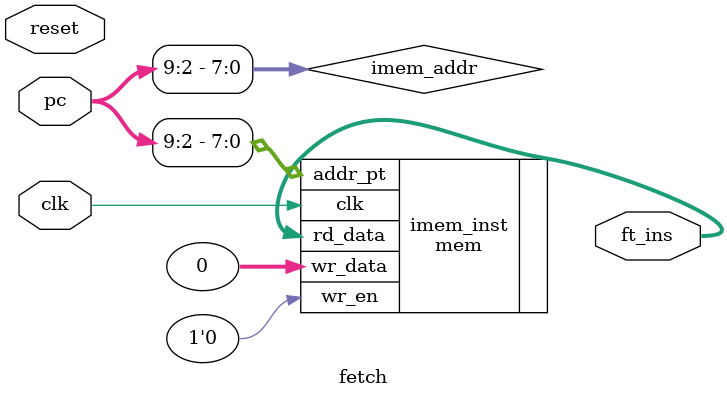
<source format=sv>
`timescale 1ns / 1ps


module fetch (
    input logic clk,
    input logic reset,
    input logic [31:0] pc,
    output logic [31:0] ft_ins
    );
   
localparam DEPTH = 256;
localparam addr_width =$clog2(DEPTH);

logic [addr_width -1:0] imem_addr;
assign imem_addr = pc[addr_width +1:2];

mem #(
    .DEPTH(DEPTH)
    )
    imem_inst(
.clk(clk),
.wr_en(1'b0),
.addr_pt(imem_addr),
.wr_data(32'b0),
.rd_data(ft_ins)
);

endmodule

</source>
